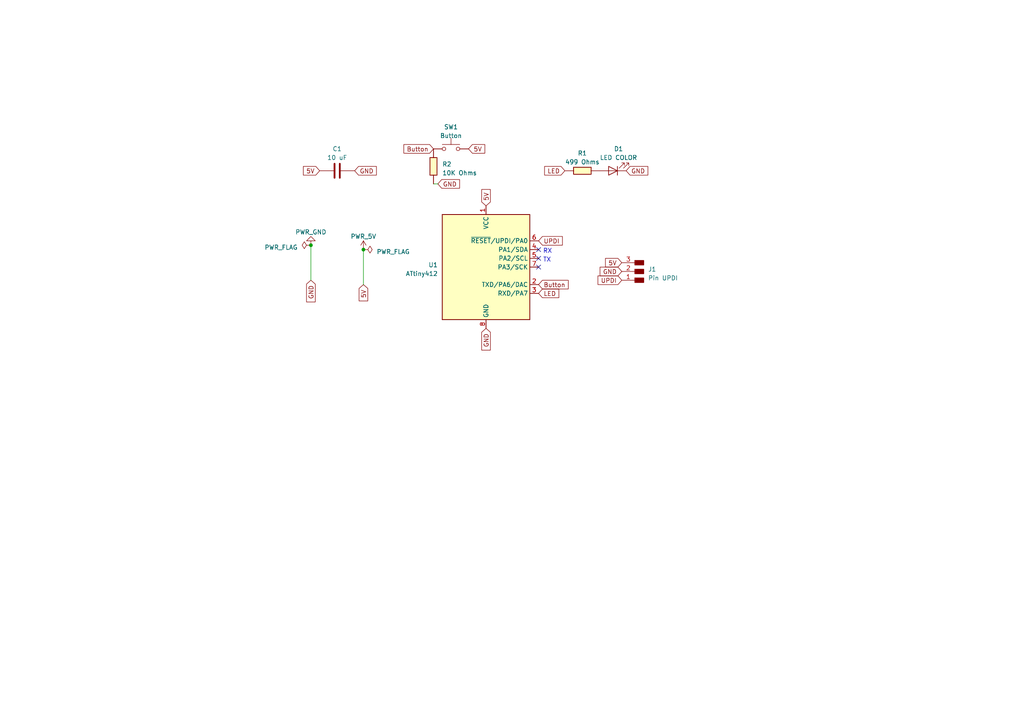
<source format=kicad_sch>
(kicad_sch (version 20230121) (generator eeschema)

  (uuid b11b28bc-4d57-4b91-b262-6e18d609219a)

  (paper "A4")

  (lib_symbols
    (symbol "fab:Button_Omron_B3SN_6.0x6.0mm" (pin_numbers hide) (pin_names (offset 1.016) hide) (in_bom yes) (on_board yes)
      (property "Reference" "SW" (at 1.27 2.54 0)
        (effects (font (size 1.27 1.27)) (justify left))
      )
      (property "Value" "Button_Omron_B3SN_6.0x6.0mm" (at 0 -1.524 0)
        (effects (font (size 1.27 1.27)))
      )
      (property "Footprint" "fab:Button_Omron_B3SN_6.0x6.0mm" (at 0 0 0)
        (effects (font (size 1.27 1.27)) hide)
      )
      (property "Datasheet" "https://omronfs.omron.com/en_US/ecb/products/pdf/en-b3sn.pdf" (at 0 0 0)
        (effects (font (size 1.27 1.27)) hide)
      )
      (property "ki_keywords" "switch normally-open pushbutton push-button button tactile spst single pole single throw" (at 0 0 0)
        (effects (font (size 1.27 1.27)) hide)
      )
      (property "ki_description" "Push button switch, Omron, B3SN, Sealed Tactile Switch (SMT), SPST-NO Top Actuated Surface Mount" (at 0 0 0)
        (effects (font (size 1.27 1.27)) hide)
      )
      (property "ki_fp_filters" "*Button*" (at 0 0 0)
        (effects (font (size 1.27 1.27)) hide)
      )
      (symbol "Button_Omron_B3SN_6.0x6.0mm_0_1"
        (circle (center -2.032 0) (radius 0.508)
          (stroke (width 0) (type default))
          (fill (type none))
        )
        (polyline
          (pts
            (xy 0 1.27)
            (xy 0 3.048)
          )
          (stroke (width 0) (type default))
          (fill (type none))
        )
        (polyline
          (pts
            (xy 2.54 1.27)
            (xy -2.54 1.27)
          )
          (stroke (width 0) (type default))
          (fill (type none))
        )
        (circle (center 2.032 0) (radius 0.508)
          (stroke (width 0) (type default))
          (fill (type none))
        )
        (pin passive line (at -5.08 0 0) (length 2.54)
          (name "1" (effects (font (size 1.27 1.27))))
          (number "1" (effects (font (size 1.27 1.27))))
        )
        (pin passive line (at 5.08 0 180) (length 2.54)
          (name "2" (effects (font (size 1.27 1.27))))
          (number "2" (effects (font (size 1.27 1.27))))
        )
      )
    )
    (symbol "fab:C_1206" (pin_numbers hide) (in_bom yes) (on_board yes)
      (property "Reference" "C" (at 0.635 2.54 0)
        (effects (font (size 1.27 1.27)) (justify left))
      )
      (property "Value" "C_1206" (at 0.635 -2.54 0)
        (effects (font (size 1.27 1.27)) (justify left))
      )
      (property "Footprint" "fab:C_1206" (at 0 0 0)
        (effects (font (size 1.27 1.27)) hide)
      )
      (property "Datasheet" "https://www.yageo.com/upload/media/product/productsearch/datasheet/mlcc/UPY-GP_NP0_16V-to-50V_18.pdf" (at 0 0 0)
        (effects (font (size 1.27 1.27)) hide)
      )
      (property "ki_keywords" "cap capacitor unpolarized 1206 C" (at 0 0 0)
        (effects (font (size 1.27 1.27)) hide)
      )
      (property "ki_description" "Unpolarized capacitor, SMD, 1206" (at 0 0 0)
        (effects (font (size 1.27 1.27)) hide)
      )
      (property "ki_fp_filters" "*C*" (at 0 0 0)
        (effects (font (size 1.27 1.27)) hide)
      )
      (symbol "C_1206_0_1"
        (polyline
          (pts
            (xy -2.032 -0.762)
            (xy 2.032 -0.762)
          )
          (stroke (width 0.508) (type default))
          (fill (type none))
        )
        (polyline
          (pts
            (xy -2.032 0.762)
            (xy 2.032 0.762)
          )
          (stroke (width 0.508) (type default))
          (fill (type none))
        )
        (polyline
          (pts
            (xy 0 -0.635)
            (xy 0 -2.54)
          )
          (stroke (width 0) (type default))
          (fill (type none))
        )
        (polyline
          (pts
            (xy 0 0.635)
            (xy 0 2.54)
          )
          (stroke (width 0) (type default))
          (fill (type none))
        )
      )
      (symbol "C_1206_1_1"
        (pin passive line (at 0 5.08 270) (length 2.54)
          (name "~" (effects (font (size 1.27 1.27))))
          (number "1" (effects (font (size 1.27 1.27))))
        )
        (pin passive line (at 0 -5.08 90) (length 2.54)
          (name "~" (effects (font (size 1.27 1.27))))
          (number "2" (effects (font (size 1.27 1.27))))
        )
      )
    )
    (symbol "fab:Conn_PinHeader_1x03_P2.54mm_Horizontal_SMD" (pin_names hide) (in_bom yes) (on_board yes)
      (property "Reference" "J" (at 0 5.08 0)
        (effects (font (size 1.27 1.27)))
      )
      (property "Value" "Conn_PinHeader_1x03_P2.54mm_Horizontal_SMD" (at 0 -5.08 0)
        (effects (font (size 1.27 1.27)))
      )
      (property "Footprint" "fab:PinHeader_1x03_P2.54mm_Horizontal_SMD" (at 0 0 0)
        (effects (font (size 1.27 1.27)) hide)
      )
      (property "Datasheet" "~" (at 0 0 0)
        (effects (font (size 1.27 1.27)) hide)
      )
      (property "ki_keywords" "single row male connector" (at 0 0 0)
        (effects (font (size 1.27 1.27)) hide)
      )
      (property "ki_description" "Male connector, single row" (at 0 0 0)
        (effects (font (size 1.27 1.27)) hide)
      )
      (property "ki_fp_filters" "*PinHeader*1x03*" (at 0 0 0)
        (effects (font (size 1.27 1.27)) hide)
      )
      (symbol "Conn_PinHeader_1x03_P2.54mm_Horizontal_SMD_1_1"
        (rectangle (start -1.27 -1.905) (end 1.27 -3.175)
          (stroke (width 0.254) (type default))
          (fill (type outline))
        )
        (rectangle (start -1.27 0.635) (end 1.27 -0.635)
          (stroke (width 0.254) (type default))
          (fill (type outline))
        )
        (rectangle (start -1.27 3.175) (end 1.27 1.905)
          (stroke (width 0.254) (type default))
          (fill (type outline))
        )
        (pin passive line (at 5.08 2.54 180) (length 3.81)
          (name "Pin_1" (effects (font (size 1.27 1.27))))
          (number "1" (effects (font (size 1.27 1.27))))
        )
        (pin passive line (at 5.08 0 180) (length 3.81)
          (name "Pin_2" (effects (font (size 1.27 1.27))))
          (number "2" (effects (font (size 1.27 1.27))))
        )
        (pin passive line (at 5.08 -2.54 180) (length 3.81)
          (name "Pin_3" (effects (font (size 1.27 1.27))))
          (number "3" (effects (font (size 1.27 1.27))))
        )
      )
    )
    (symbol "fab:LED_1206" (pin_numbers hide) (pin_names (offset 1.016) hide) (in_bom yes) (on_board yes)
      (property "Reference" "D" (at 0 2.54 0)
        (effects (font (size 1.27 1.27)))
      )
      (property "Value" "LED_1206" (at 0 -2.54 0)
        (effects (font (size 1.27 1.27)))
      )
      (property "Footprint" "fab:LED_1206" (at 0 0 0)
        (effects (font (size 1.27 1.27)) hide)
      )
      (property "Datasheet" "https://optoelectronics.liteon.com/upload/download/DS-22-98-0002/LTST-C150CKT.pdf" (at 0 0 0)
        (effects (font (size 1.27 1.27)) hide)
      )
      (property "ki_keywords" "LED diode 1206" (at 0 0 0)
        (effects (font (size 1.27 1.27)) hide)
      )
      (property "ki_description" "Light emitting diode, Lite-On Inc. LTST, SMD" (at 0 0 0)
        (effects (font (size 1.27 1.27)) hide)
      )
      (property "ki_fp_filters" "*LED*1206*" (at 0 0 0)
        (effects (font (size 1.27 1.27)) hide)
      )
      (symbol "LED_1206_0_1"
        (polyline
          (pts
            (xy -1.27 -1.27)
            (xy -1.27 1.27)
          )
          (stroke (width 0.2032) (type default))
          (fill (type none))
        )
        (polyline
          (pts
            (xy -1.27 0)
            (xy 1.27 0)
          )
          (stroke (width 0) (type default))
          (fill (type none))
        )
        (polyline
          (pts
            (xy 1.27 -1.27)
            (xy 1.27 1.27)
            (xy -1.27 0)
            (xy 1.27 -1.27)
          )
          (stroke (width 0.2032) (type default))
          (fill (type none))
        )
        (polyline
          (pts
            (xy -3.048 -0.762)
            (xy -4.572 -2.286)
            (xy -3.81 -2.286)
            (xy -4.572 -2.286)
            (xy -4.572 -1.524)
          )
          (stroke (width 0) (type default))
          (fill (type none))
        )
        (polyline
          (pts
            (xy -1.778 -0.762)
            (xy -3.302 -2.286)
            (xy -2.54 -2.286)
            (xy -3.302 -2.286)
            (xy -3.302 -1.524)
          )
          (stroke (width 0) (type default))
          (fill (type none))
        )
      )
      (symbol "LED_1206_1_1"
        (pin passive line (at -3.81 0 0) (length 2.54)
          (name "K" (effects (font (size 1.27 1.27))))
          (number "1" (effects (font (size 1.27 1.27))))
        )
        (pin passive line (at 3.81 0 180) (length 2.54)
          (name "A" (effects (font (size 1.27 1.27))))
          (number "2" (effects (font (size 1.27 1.27))))
        )
      )
    )
    (symbol "fab:Microcontroller_ATtiny412_SSFR" (in_bom yes) (on_board yes)
      (property "Reference" "U" (at -12.7 17.78 0)
        (effects (font (size 1.27 1.27)) (justify left top))
      )
      (property "Value" "Microcontroller_ATtiny412_SSFR" (at 2.54 17.78 0)
        (effects (font (size 1.27 1.27)) (justify left top))
      )
      (property "Footprint" "fab:SOIC-8_3.9x4.9mm_P1.27mm" (at 0 0 0)
        (effects (font (size 1.27 1.27) italic) hide)
      )
      (property "Datasheet" "http://ww1.microchip.com/downloads/en/DeviceDoc/40001911A.pdf" (at 0 0 0)
        (effects (font (size 1.27 1.27)) hide)
      )
      (property "ki_keywords" "avr tinyavr 1-series soic 8bit" (at 0 0 0)
        (effects (font (size 1.27 1.27)) hide)
      )
      (property "ki_description" "AVR tinyAVR™ 1 Microcontroller IC 8-Bit 20MHz 4KB (4K x 8) FLASH 8-SOIC" (at 0 0 0)
        (effects (font (size 1.27 1.27)) hide)
      )
      (property "ki_fp_filters" "*SOIC*8*" (at 0 0 0)
        (effects (font (size 1.27 1.27)) hide)
      )
      (symbol "Microcontroller_ATtiny412_SSFR_0_1"
        (rectangle (start -12.7 -15.24) (end 12.7 15.24)
          (stroke (width 0.254) (type default))
          (fill (type background))
        )
      )
      (symbol "Microcontroller_ATtiny412_SSFR_1_1"
        (pin power_in line (at 0 17.78 270) (length 2.54)
          (name "VCC" (effects (font (size 1.27 1.27))))
          (number "1" (effects (font (size 1.27 1.27))))
        )
        (pin bidirectional line (at 15.24 -5.08 180) (length 2.54)
          (name "TXD/PA6/DAC" (effects (font (size 1.27 1.27))))
          (number "2" (effects (font (size 1.27 1.27))))
        )
        (pin bidirectional line (at 15.24 -7.62 180) (length 2.54)
          (name "RXD/PA7" (effects (font (size 1.27 1.27))))
          (number "3" (effects (font (size 1.27 1.27))))
        )
        (pin bidirectional line (at 15.24 5.08 180) (length 2.54)
          (name "PA1/SDA" (effects (font (size 1.27 1.27))))
          (number "4" (effects (font (size 1.27 1.27))))
        )
        (pin bidirectional line (at 15.24 2.54 180) (length 2.54)
          (name "PA2/SCL" (effects (font (size 1.27 1.27))))
          (number "5" (effects (font (size 1.27 1.27))))
        )
        (pin bidirectional line (at 15.24 7.62 180) (length 2.54)
          (name "~{RESET}/UPDI/PA0" (effects (font (size 1.27 1.27))))
          (number "6" (effects (font (size 1.27 1.27))))
        )
        (pin bidirectional line (at 15.24 0 180) (length 2.54)
          (name "PA3/SCK" (effects (font (size 1.27 1.27))))
          (number "7" (effects (font (size 1.27 1.27))))
        )
        (pin power_in line (at 0 -17.78 90) (length 2.54)
          (name "GND" (effects (font (size 1.27 1.27))))
          (number "8" (effects (font (size 1.27 1.27))))
        )
      )
    )
    (symbol "fab:PWR_5V" (power) (pin_names (offset 0)) (in_bom yes) (on_board yes)
      (property "Reference" "#PWR" (at 0 -3.81 0)
        (effects (font (size 1.27 1.27)) hide)
      )
      (property "Value" "PWR_5V" (at 0 3.556 0)
        (effects (font (size 1.27 1.27)))
      )
      (property "Footprint" "" (at 0 0 0)
        (effects (font (size 1.27 1.27)) hide)
      )
      (property "Datasheet" "" (at 0 0 0)
        (effects (font (size 1.27 1.27)) hide)
      )
      (property "ki_keywords" "power-flag" (at 0 0 0)
        (effects (font (size 1.27 1.27)) hide)
      )
      (property "ki_description" "Power symbol creates a global label with name \"+5V\"" (at 0 0 0)
        (effects (font (size 1.27 1.27)) hide)
      )
      (symbol "PWR_5V_0_1"
        (polyline
          (pts
            (xy -0.762 1.27)
            (xy 0 2.54)
          )
          (stroke (width 0) (type default))
          (fill (type none))
        )
        (polyline
          (pts
            (xy 0 0)
            (xy 0 2.54)
          )
          (stroke (width 0) (type default))
          (fill (type none))
        )
        (polyline
          (pts
            (xy 0 2.54)
            (xy 0.762 1.27)
          )
          (stroke (width 0) (type default))
          (fill (type none))
        )
      )
      (symbol "PWR_5V_1_1"
        (pin power_in line (at 0 0 90) (length 0) hide
          (name "PWR_5V" (effects (font (size 1.27 1.27))))
          (number "1" (effects (font (size 1.27 1.27))))
        )
      )
    )
    (symbol "fab:PWR_FLAG" (power) (pin_numbers hide) (pin_names (offset 0) hide) (in_bom yes) (on_board yes)
      (property "Reference" "#FLG" (at 0 1.905 0)
        (effects (font (size 1.27 1.27)) hide)
      )
      (property "Value" "PWR_FLAG" (at 0 3.81 0)
        (effects (font (size 1.27 1.27)))
      )
      (property "Footprint" "" (at 0 0 0)
        (effects (font (size 1.27 1.27)) hide)
      )
      (property "Datasheet" "~" (at 0 0 0)
        (effects (font (size 1.27 1.27)) hide)
      )
      (property "ki_keywords" "power-flag" (at 0 0 0)
        (effects (font (size 1.27 1.27)) hide)
      )
      (property "ki_description" "Special symbol for telling ERC where power comes from" (at 0 0 0)
        (effects (font (size 1.27 1.27)) hide)
      )
      (symbol "PWR_FLAG_0_0"
        (pin power_out line (at 0 0 90) (length 0)
          (name "PWR_FLAG" (effects (font (size 1.27 1.27))))
          (number "1" (effects (font (size 1.27 1.27))))
        )
      )
      (symbol "PWR_FLAG_0_1"
        (polyline
          (pts
            (xy 0 0)
            (xy 0 1.27)
            (xy -1.016 1.905)
            (xy 0 2.54)
            (xy 1.016 1.905)
            (xy 0 1.27)
          )
          (stroke (width 0) (type default))
          (fill (type none))
        )
      )
    )
    (symbol "fab:PWR_GND" (power) (pin_names (offset 0)) (in_bom yes) (on_board yes)
      (property "Reference" "#PWR" (at 0 -6.35 0)
        (effects (font (size 1.27 1.27)) hide)
      )
      (property "Value" "PWR_GND" (at 0 -3.81 0)
        (effects (font (size 1.27 1.27)))
      )
      (property "Footprint" "" (at 0 0 0)
        (effects (font (size 1.27 1.27)) hide)
      )
      (property "Datasheet" "" (at 0 0 0)
        (effects (font (size 1.27 1.27)) hide)
      )
      (property "ki_keywords" "power-flag" (at 0 0 0)
        (effects (font (size 1.27 1.27)) hide)
      )
      (property "ki_description" "Power symbol creates a global label with name \"GND\" , ground" (at 0 0 0)
        (effects (font (size 1.27 1.27)) hide)
      )
      (symbol "PWR_GND_0_1"
        (polyline
          (pts
            (xy 0 0)
            (xy 0 -1.27)
            (xy 1.27 -1.27)
            (xy 0 -2.54)
            (xy -1.27 -1.27)
            (xy 0 -1.27)
          )
          (stroke (width 0) (type default))
          (fill (type none))
        )
      )
      (symbol "PWR_GND_1_1"
        (pin power_in line (at 0 0 270) (length 0) hide
          (name "PWR_GND" (effects (font (size 1.27 1.27))))
          (number "1" (effects (font (size 1.27 1.27))))
        )
      )
    )
    (symbol "fab:R_1206" (pin_numbers hide) (pin_names (offset 0)) (in_bom yes) (on_board yes)
      (property "Reference" "R" (at 2.54 0 90)
        (effects (font (size 1.27 1.27)))
      )
      (property "Value" "R_1206" (at -2.54 0 90)
        (effects (font (size 1.27 1.27)))
      )
      (property "Footprint" "fab:R_1206" (at 0 0 90)
        (effects (font (size 1.27 1.27)) hide)
      )
      (property "Datasheet" "~" (at 0 0 0)
        (effects (font (size 1.27 1.27)) hide)
      )
      (property "ki_keywords" "R res resistor RC1206FR-070RL RC1206FR-071RL RC1206FR-0710RL RC1206FR-07100RL RC1206FR-07499RL RC1206FR-071KL RC1206FR-074K99L RC1206FR-0710KL RC1206FR-07100KL RC1206FR-071ML RC1206FR-0710ML" (at 0 0 0)
        (effects (font (size 1.27 1.27)) hide)
      )
      (property "ki_description" "Resistor" (at 0 0 0)
        (effects (font (size 1.27 1.27)) hide)
      )
      (property "ki_fp_filters" "*R*1206*" (at 0 0 0)
        (effects (font (size 1.27 1.27)) hide)
      )
      (symbol "R_1206_0_1"
        (rectangle (start -1.016 -2.54) (end 1.016 2.54)
          (stroke (width 0.254) (type default))
          (fill (type background))
        )
      )
      (symbol "R_1206_1_1"
        (pin passive line (at 0 5.08 270) (length 2.54)
          (name "~" (effects (font (size 1.27 1.27))))
          (number "1" (effects (font (size 1.27 1.27))))
        )
        (pin passive line (at 0 -5.08 90) (length 2.54)
          (name "~" (effects (font (size 1.27 1.27))))
          (number "2" (effects (font (size 1.27 1.27))))
        )
      )
    )
  )


  (junction (at 105.41 72.39) (diameter 0) (color 0 0 0 0)
    (uuid 8aecdd33-0a4b-4cdd-9510-701d3ce62542)
  )
  (junction (at 90.17 71.12) (diameter 0) (color 0 0 0 0)
    (uuid e2598739-2ef9-4571-ad28-4088e7a4b0f5)
  )

  (no_connect (at 156.21 74.93) (uuid 014b691a-d508-4540-883c-1d6ce2d45fbb))
  (no_connect (at 156.21 77.47) (uuid 42841df0-7240-4d43-8019-23e111feb8d0))
  (no_connect (at 156.21 72.39) (uuid 7fe6361a-d2ad-4228-8534-2141f8839ca1))

  (wire (pts (xy 125.73 53.34) (xy 127 53.34))
    (stroke (width 0) (type default))
    (uuid 16185684-c22d-4989-a662-86039119ffa3)
  )
  (wire (pts (xy 90.17 81.28) (xy 90.17 71.12))
    (stroke (width 0) (type default))
    (uuid 4c80f84c-a713-4ccc-a7f2-101a15b66e4c)
  )
  (wire (pts (xy 105.41 82.55) (xy 105.41 72.39))
    (stroke (width 0) (type default))
    (uuid ea4bda47-6907-4315-9129-70f367df507e)
  )

  (text "RX\n" (at 157.48 73.66 0)
    (effects (font (size 1.27 1.27)) (justify left bottom))
    (uuid 07a04521-a997-4e02-879b-e2e019af2079)
  )
  (text "TX\n" (at 157.48 76.2 0)
    (effects (font (size 1.27 1.27)) (justify left bottom))
    (uuid 9f76c8ea-d211-4ae5-8670-ac42ac103497)
  )

  (global_label "5V" (shape input) (at 92.71 49.53 180) (fields_autoplaced)
    (effects (font (size 1.27 1.27)) (justify right))
    (uuid 0a7e50ed-d068-49ef-b017-dc55f3646214)
    (property "Intersheetrefs" "${INTERSHEET_REFS}" (at 87.5061 49.53 0)
      (effects (font (size 1.27 1.27)) (justify right) hide)
    )
  )
  (global_label "LED" (shape input) (at 163.83 49.53 180) (fields_autoplaced)
    (effects (font (size 1.27 1.27)) (justify right))
    (uuid 0ad682a6-c827-46bd-a77b-50577ba499d5)
    (property "Intersheetrefs" "${INTERSHEET_REFS}" (at 157.4771 49.53 0)
      (effects (font (size 1.27 1.27)) (justify right) hide)
    )
  )
  (global_label "5V" (shape input) (at 180.34 76.2 180) (fields_autoplaced)
    (effects (font (size 1.27 1.27)) (justify right))
    (uuid 0bc28505-fe96-4028-b2db-f7f47b9c737a)
    (property "Intersheetrefs" "${INTERSHEET_REFS}" (at 175.1361 76.2 0)
      (effects (font (size 1.27 1.27)) (justify right) hide)
    )
  )
  (global_label "UPDI" (shape input) (at 180.34 81.28 180) (fields_autoplaced)
    (effects (font (size 1.27 1.27)) (justify right))
    (uuid 2d22698e-8bee-474b-ba74-83b459c7cfa1)
    (property "Intersheetrefs" "${INTERSHEET_REFS}" (at 172.9589 81.28 0)
      (effects (font (size 1.27 1.27)) (justify right) hide)
    )
  )
  (global_label "GND" (shape input) (at 181.61 49.53 0) (fields_autoplaced)
    (effects (font (size 1.27 1.27)) (justify left))
    (uuid 2d8308c6-f7db-4e75-8a1d-6e13fe3bf956)
    (property "Intersheetrefs" "${INTERSHEET_REFS}" (at 188.3863 49.53 0)
      (effects (font (size 1.27 1.27)) (justify left) hide)
    )
  )
  (global_label "Button" (shape input) (at 156.21 82.55 0) (fields_autoplaced)
    (effects (font (size 1.27 1.27)) (justify left))
    (uuid 2f10b8d9-da2b-4635-afff-e4d53748933a)
    (property "Intersheetrefs" "${INTERSHEET_REFS}" (at 165.2842 82.55 0)
      (effects (font (size 1.27 1.27)) (justify left) hide)
    )
  )
  (global_label "Button" (shape input) (at 125.73 43.18 180) (fields_autoplaced)
    (effects (font (size 1.27 1.27)) (justify right))
    (uuid 328022f0-81ea-46a3-b171-32cab6a5b564)
    (property "Intersheetrefs" "${INTERSHEET_REFS}" (at 116.6558 43.18 0)
      (effects (font (size 1.27 1.27)) (justify right) hide)
    )
  )
  (global_label "5V" (shape input) (at 140.97 59.69 90) (fields_autoplaced)
    (effects (font (size 1.27 1.27)) (justify left))
    (uuid 50f704d1-a3a6-4f90-b6d9-9be5a885af08)
    (property "Intersheetrefs" "${INTERSHEET_REFS}" (at 140.97 54.4861 90)
      (effects (font (size 1.27 1.27)) (justify left) hide)
    )
  )
  (global_label "GND" (shape input) (at 140.97 95.25 270) (fields_autoplaced)
    (effects (font (size 1.27 1.27)) (justify right))
    (uuid 51640ad2-8b4f-4e5c-a3aa-5071988f15e2)
    (property "Intersheetrefs" "${INTERSHEET_REFS}" (at 140.97 102.0263 90)
      (effects (font (size 1.27 1.27)) (justify right) hide)
    )
  )
  (global_label "UPDI" (shape input) (at 156.21 69.85 0) (fields_autoplaced)
    (effects (font (size 1.27 1.27)) (justify left))
    (uuid 6511bc19-f3a0-4acb-a10b-377c790a0122)
    (property "Intersheetrefs" "${INTERSHEET_REFS}" (at 163.5911 69.85 0)
      (effects (font (size 1.27 1.27)) (justify left) hide)
    )
  )
  (global_label "GND" (shape input) (at 90.17 81.28 270) (fields_autoplaced)
    (effects (font (size 1.27 1.27)) (justify right))
    (uuid 84ce5869-1c47-4055-b849-c7e217748e50)
    (property "Intersheetrefs" "${INTERSHEET_REFS}" (at 90.17 88.0563 90)
      (effects (font (size 1.27 1.27)) (justify right) hide)
    )
  )
  (global_label "LED" (shape input) (at 156.21 85.09 0) (fields_autoplaced)
    (effects (font (size 1.27 1.27)) (justify left))
    (uuid a85b8fd1-69ec-4d6d-87f6-86212f0b6f4e)
    (property "Intersheetrefs" "${INTERSHEET_REFS}" (at 162.5629 85.09 0)
      (effects (font (size 1.27 1.27)) (justify left) hide)
    )
  )
  (global_label "GND" (shape input) (at 102.87 49.53 0) (fields_autoplaced)
    (effects (font (size 1.27 1.27)) (justify left))
    (uuid a95b3c81-b756-46ea-911b-019488852988)
    (property "Intersheetrefs" "${INTERSHEET_REFS}" (at 109.6463 49.53 0)
      (effects (font (size 1.27 1.27)) (justify left) hide)
    )
  )
  (global_label "GND" (shape input) (at 180.34 78.74 180) (fields_autoplaced)
    (effects (font (size 1.27 1.27)) (justify right))
    (uuid bfbfe8e9-0f83-422d-9542-8f1068109602)
    (property "Intersheetrefs" "${INTERSHEET_REFS}" (at 173.5637 78.74 0)
      (effects (font (size 1.27 1.27)) (justify right) hide)
    )
  )
  (global_label "5V" (shape input) (at 105.41 82.55 270) (fields_autoplaced)
    (effects (font (size 1.27 1.27)) (justify right))
    (uuid c36d4c9b-cd72-472a-9cb0-bfc30c3d1afb)
    (property "Intersheetrefs" "${INTERSHEET_REFS}" (at 105.41 87.7539 90)
      (effects (font (size 1.27 1.27)) (justify right) hide)
    )
  )
  (global_label "5V" (shape input) (at 135.89 43.18 0) (fields_autoplaced)
    (effects (font (size 1.27 1.27)) (justify left))
    (uuid c43b19ba-1f11-485e-9149-ccc1fb8062f2)
    (property "Intersheetrefs" "${INTERSHEET_REFS}" (at 141.0939 43.18 0)
      (effects (font (size 1.27 1.27)) (justify left) hide)
    )
  )
  (global_label "GND" (shape input) (at 127 53.34 0) (fields_autoplaced)
    (effects (font (size 1.27 1.27)) (justify left))
    (uuid fc8892fd-da02-4b3f-bf5a-38070d91d074)
    (property "Intersheetrefs" "${INTERSHEET_REFS}" (at 133.7763 53.34 0)
      (effects (font (size 1.27 1.27)) (justify left) hide)
    )
  )

  (symbol (lib_id "fab:Button_Omron_B3SN_6.0x6.0mm") (at 130.81 43.18 0) (unit 1)
    (in_bom yes) (on_board yes) (dnp no) (fields_autoplaced)
    (uuid 17997de0-39f1-46c3-b4ff-a980cf6d38f6)
    (property "Reference" "SW1" (at 130.81 36.83 0)
      (effects (font (size 1.27 1.27)))
    )
    (property "Value" "Button" (at 130.81 39.37 0)
      (effects (font (size 1.27 1.27)))
    )
    (property "Footprint" "fab:Button_Omron_B3SN_6.0x6.0mm" (at 130.81 43.18 0)
      (effects (font (size 1.27 1.27)) hide)
    )
    (property "Datasheet" "https://omronfs.omron.com/en_US/ecb/products/pdf/en-b3sn.pdf" (at 130.81 43.18 0)
      (effects (font (size 1.27 1.27)) hide)
    )
    (pin "1" (uuid 2602978a-697e-4cf0-b4d0-f6bb74b78a63))
    (pin "2" (uuid d6f67e54-4c32-4686-8ad2-7a34ed814805))
    (instances
      (project "pcb412"
        (path "/b11b28bc-4d57-4b91-b262-6e18d609219a"
          (reference "SW1") (unit 1)
        )
      )
    )
  )

  (symbol (lib_id "fab:PWR_FLAG") (at 90.17 71.12 90) (unit 1)
    (in_bom yes) (on_board yes) (dnp no) (fields_autoplaced)
    (uuid 19c8c431-c2f7-4665-a0f1-713ffbb0d983)
    (property "Reference" "#FLG01" (at 88.265 71.12 0)
      (effects (font (size 1.27 1.27)) hide)
    )
    (property "Value" "PWR_FLAG" (at 86.36 71.755 90)
      (effects (font (size 1.27 1.27)) (justify left))
    )
    (property "Footprint" "" (at 90.17 71.12 0)
      (effects (font (size 1.27 1.27)) hide)
    )
    (property "Datasheet" "~" (at 90.17 71.12 0)
      (effects (font (size 1.27 1.27)) hide)
    )
    (pin "1" (uuid ed9d0a07-371f-4e91-8285-99f14ea902f9))
    (instances
      (project "hello-shell"
        (path "/4d248430-a817-4e3e-9588-fd5d8aba7c01"
          (reference "#FLG01") (unit 1)
        )
      )
      (project "pcb412"
        (path "/b11b28bc-4d57-4b91-b262-6e18d609219a"
          (reference "#FLG01") (unit 1)
        )
      )
    )
  )

  (symbol (lib_id "fab:PWR_5V") (at 105.41 72.39 0) (unit 1)
    (in_bom yes) (on_board yes) (dnp no) (fields_autoplaced)
    (uuid 53ad4bc4-d36e-40b9-906c-e68ee3ff121c)
    (property "Reference" "#PWR01" (at 105.41 76.2 0)
      (effects (font (size 1.27 1.27)) hide)
    )
    (property "Value" "PWR_5V" (at 105.41 68.58 0)
      (effects (font (size 1.27 1.27)))
    )
    (property "Footprint" "" (at 105.41 72.39 0)
      (effects (font (size 1.27 1.27)) hide)
    )
    (property "Datasheet" "" (at 105.41 72.39 0)
      (effects (font (size 1.27 1.27)) hide)
    )
    (pin "1" (uuid 07d004ff-a2bb-4568-96c4-65043be9fea2))
    (instances
      (project "hello-shell"
        (path "/4d248430-a817-4e3e-9588-fd5d8aba7c01"
          (reference "#PWR01") (unit 1)
        )
      )
      (project "pcb412"
        (path "/b11b28bc-4d57-4b91-b262-6e18d609219a"
          (reference "#PWR02") (unit 1)
        )
      )
    )
  )

  (symbol (lib_id "fab:Conn_PinHeader_1x03_P2.54mm_Horizontal_SMD") (at 185.42 78.74 180) (unit 1)
    (in_bom yes) (on_board yes) (dnp no) (fields_autoplaced)
    (uuid 6c4e2f9d-ae0f-4955-9743-ae4aaecece7a)
    (property "Reference" "J1" (at 187.96 78.105 0)
      (effects (font (size 1.27 1.27)) (justify right))
    )
    (property "Value" "Pin UPDI" (at 187.96 80.645 0)
      (effects (font (size 1.27 1.27)) (justify right))
    )
    (property "Footprint" "fab:PinHeader_1x03_P2.54mm_Horizontal_SMD" (at 185.42 78.74 0)
      (effects (font (size 1.27 1.27)) hide)
    )
    (property "Datasheet" "~" (at 185.42 78.74 0)
      (effects (font (size 1.27 1.27)) hide)
    )
    (pin "1" (uuid 55671fee-dd8b-4769-8731-e4b47faa181f))
    (pin "2" (uuid 5c6d6cbe-21a9-479c-ab30-8fa91e0bb900))
    (pin "3" (uuid 24bb034a-0343-4332-be31-4bfe85903a27))
    (instances
      (project "hello-shell"
        (path "/4d248430-a817-4e3e-9588-fd5d8aba7c01"
          (reference "J1") (unit 1)
        )
      )
      (project "pcb412"
        (path "/b11b28bc-4d57-4b91-b262-6e18d609219a"
          (reference "J1") (unit 1)
        )
      )
    )
  )

  (symbol (lib_id "fab:LED_1206") (at 177.8 49.53 180) (unit 1)
    (in_bom yes) (on_board yes) (dnp no) (fields_autoplaced)
    (uuid 73c6988c-d789-4da0-9b18-0b6209dcdfc1)
    (property "Reference" "D1" (at 179.4002 43.18 0)
      (effects (font (size 1.27 1.27)))
    )
    (property "Value" "LED COLOR" (at 179.4002 45.72 0)
      (effects (font (size 1.27 1.27)))
    )
    (property "Footprint" "fab:LED_1206" (at 177.8 49.53 0)
      (effects (font (size 1.27 1.27)) hide)
    )
    (property "Datasheet" "https://optoelectronics.liteon.com/upload/download/DS-22-98-0002/LTST-C150CKT.pdf" (at 177.8 49.53 0)
      (effects (font (size 1.27 1.27)) hide)
    )
    (pin "1" (uuid 06bddb90-3bb2-4f1d-a583-493720b8dcb5))
    (pin "2" (uuid 29dd47ae-1a5b-4314-b161-eee58d695cc2))
    (instances
      (project "hello-shell"
        (path "/4d248430-a817-4e3e-9588-fd5d8aba7c01"
          (reference "D1") (unit 1)
        )
      )
      (project "pcb412"
        (path "/b11b28bc-4d57-4b91-b262-6e18d609219a"
          (reference "D1") (unit 1)
        )
      )
    )
  )

  (symbol (lib_id "fab:PWR_FLAG") (at 105.41 72.39 270) (unit 1)
    (in_bom yes) (on_board yes) (dnp no) (fields_autoplaced)
    (uuid 7b5054b5-3ade-450f-98fc-50fd2d1608dd)
    (property "Reference" "#FLG02" (at 107.315 72.39 0)
      (effects (font (size 1.27 1.27)) hide)
    )
    (property "Value" "PWR_FLAG" (at 109.22 73.025 90)
      (effects (font (size 1.27 1.27)) (justify left))
    )
    (property "Footprint" "" (at 105.41 72.39 0)
      (effects (font (size 1.27 1.27)) hide)
    )
    (property "Datasheet" "~" (at 105.41 72.39 0)
      (effects (font (size 1.27 1.27)) hide)
    )
    (pin "1" (uuid a9fdaaec-2e8b-4b40-b986-5f1030314cac))
    (instances
      (project "hello-shell"
        (path "/4d248430-a817-4e3e-9588-fd5d8aba7c01"
          (reference "#FLG02") (unit 1)
        )
      )
      (project "pcb412"
        (path "/b11b28bc-4d57-4b91-b262-6e18d609219a"
          (reference "#FLG02") (unit 1)
        )
      )
    )
  )

  (symbol (lib_id "fab:C_1206") (at 97.79 49.53 90) (unit 1)
    (in_bom yes) (on_board yes) (dnp no) (fields_autoplaced)
    (uuid 93d0f708-b906-43ea-9ee3-6f5a2725f212)
    (property "Reference" "C1" (at 97.79 43.18 90)
      (effects (font (size 1.27 1.27)))
    )
    (property "Value" "10 uF" (at 97.79 45.72 90)
      (effects (font (size 1.27 1.27)))
    )
    (property "Footprint" "fab:C_1206" (at 97.79 49.53 0)
      (effects (font (size 1.27 1.27)) hide)
    )
    (property "Datasheet" "https://www.yageo.com/upload/media/product/productsearch/datasheet/mlcc/UPY-GP_NP0_16V-to-50V_18.pdf" (at 97.79 49.53 0)
      (effects (font (size 1.27 1.27)) hide)
    )
    (pin "1" (uuid 558c8c7e-2b17-4e8f-b901-9ee0cbf03d9d))
    (pin "2" (uuid 94480a02-0996-4c57-be72-bc423290a4b2))
    (instances
      (project "hello-shell"
        (path "/4d248430-a817-4e3e-9588-fd5d8aba7c01"
          (reference "C1") (unit 1)
        )
      )
      (project "pcb412"
        (path "/b11b28bc-4d57-4b91-b262-6e18d609219a"
          (reference "C1") (unit 1)
        )
      )
    )
  )

  (symbol (lib_id "fab:Microcontroller_ATtiny412_SSFR") (at 140.97 77.47 0) (unit 1)
    (in_bom yes) (on_board yes) (dnp no) (fields_autoplaced)
    (uuid a3cfb928-9956-41c3-af6f-3b597433a695)
    (property "Reference" "U1" (at 127 76.835 0)
      (effects (font (size 1.27 1.27)) (justify right))
    )
    (property "Value" "ATtiny412" (at 127 79.375 0)
      (effects (font (size 1.27 1.27)) (justify right))
    )
    (property "Footprint" "fab:SOIC-8_3.9x4.9mm_P1.27mm" (at 140.97 77.47 0)
      (effects (font (size 1.27 1.27) italic) hide)
    )
    (property "Datasheet" "http://ww1.microchip.com/downloads/en/DeviceDoc/40001911A.pdf" (at 140.97 77.47 0)
      (effects (font (size 1.27 1.27)) hide)
    )
    (pin "1" (uuid 31378028-1c93-47f5-9bd0-afa7140b5721))
    (pin "2" (uuid 71b1bf70-a5e4-41e3-9df4-78bce193bf13))
    (pin "3" (uuid f92d04c8-5d09-49d4-bcc9-44242c176c6b))
    (pin "4" (uuid 1cbf123c-6da3-490b-83d6-8a1edc650a9b))
    (pin "5" (uuid c09bfed6-eb1d-4592-bca8-f339ed4baebd))
    (pin "6" (uuid d0841eff-ae3e-4707-8761-facdda00c772))
    (pin "7" (uuid 3ae7e6e0-3df1-428f-9237-12561be5a87c))
    (pin "8" (uuid c7219814-0431-4050-800c-28205b358e99))
    (instances
      (project "hello-shell"
        (path "/4d248430-a817-4e3e-9588-fd5d8aba7c01"
          (reference "U1") (unit 1)
        )
      )
      (project "pcb412"
        (path "/b11b28bc-4d57-4b91-b262-6e18d609219a"
          (reference "U1") (unit 1)
        )
      )
    )
  )

  (symbol (lib_id "fab:R_1206") (at 125.73 48.26 0) (unit 1)
    (in_bom yes) (on_board yes) (dnp no) (fields_autoplaced)
    (uuid a712966b-bb43-4b42-b2fd-bafb263748d2)
    (property "Reference" "R2" (at 128.27 47.625 0)
      (effects (font (size 1.27 1.27)) (justify left))
    )
    (property "Value" "10K Ohms" (at 128.27 50.165 0)
      (effects (font (size 1.27 1.27)) (justify left))
    )
    (property "Footprint" "fab:R_1206" (at 125.73 48.26 90)
      (effects (font (size 1.27 1.27)) hide)
    )
    (property "Datasheet" "~" (at 125.73 48.26 0)
      (effects (font (size 1.27 1.27)) hide)
    )
    (pin "1" (uuid 00cc5a92-f235-4e32-9c3d-e745f1b8a9d0))
    (pin "2" (uuid 5a3e905a-67be-4395-83e7-642ce88da59b))
    (instances
      (project "pcb412"
        (path "/b11b28bc-4d57-4b91-b262-6e18d609219a"
          (reference "R2") (unit 1)
        )
      )
    )
  )

  (symbol (lib_id "fab:R_1206") (at 168.91 49.53 90) (unit 1)
    (in_bom yes) (on_board yes) (dnp no) (fields_autoplaced)
    (uuid ad5d55a3-2a75-4226-a6fe-f923b6eede4d)
    (property "Reference" "R1" (at 168.91 44.45 90)
      (effects (font (size 1.27 1.27)))
    )
    (property "Value" "499 Ohms" (at 168.91 46.99 90)
      (effects (font (size 1.27 1.27)))
    )
    (property "Footprint" "fab:R_1206" (at 168.91 49.53 90)
      (effects (font (size 1.27 1.27)) hide)
    )
    (property "Datasheet" "~" (at 168.91 49.53 0)
      (effects (font (size 1.27 1.27)) hide)
    )
    (pin "1" (uuid 4799f3d8-4c3f-4675-a55a-95e52762511b))
    (pin "2" (uuid ffdcea8a-a6d6-48d0-9847-c745bd204e1a))
    (instances
      (project "hello-shell"
        (path "/4d248430-a817-4e3e-9588-fd5d8aba7c01"
          (reference "R1") (unit 1)
        )
      )
      (project "pcb412"
        (path "/b11b28bc-4d57-4b91-b262-6e18d609219a"
          (reference "R1") (unit 1)
        )
      )
    )
  )

  (symbol (lib_id "fab:PWR_GND") (at 90.17 71.12 180) (unit 1)
    (in_bom yes) (on_board yes) (dnp no) (fields_autoplaced)
    (uuid fe44e62a-dc3f-4cb3-8c1f-5b557605cb8e)
    (property "Reference" "#PWR02" (at 90.17 64.77 0)
      (effects (font (size 1.27 1.27)) hide)
    )
    (property "Value" "PWR_GND" (at 90.17 67.31 0)
      (effects (font (size 1.27 1.27)))
    )
    (property "Footprint" "" (at 90.17 71.12 0)
      (effects (font (size 1.27 1.27)) hide)
    )
    (property "Datasheet" "" (at 90.17 71.12 0)
      (effects (font (size 1.27 1.27)) hide)
    )
    (pin "1" (uuid 744056b7-b854-4c65-8cf4-ddffbb6271ab))
    (instances
      (project "hello-shell"
        (path "/4d248430-a817-4e3e-9588-fd5d8aba7c01"
          (reference "#PWR02") (unit 1)
        )
      )
      (project "pcb412"
        (path "/b11b28bc-4d57-4b91-b262-6e18d609219a"
          (reference "#PWR01") (unit 1)
        )
      )
    )
  )

  (sheet_instances
    (path "/" (page "1"))
  )
)

</source>
